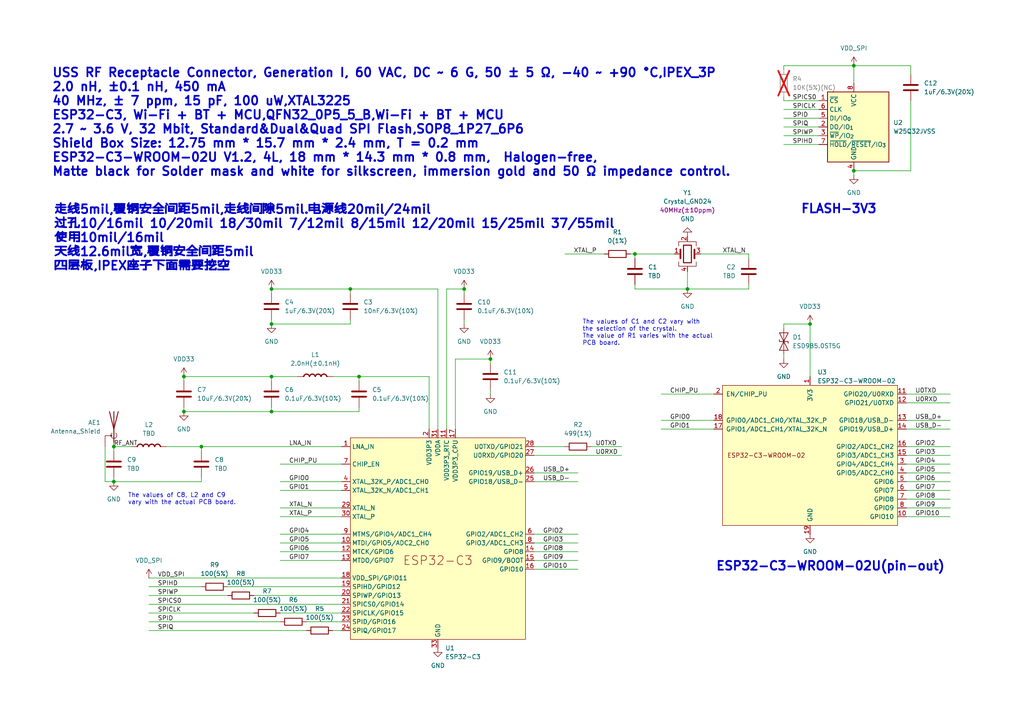
<source format=kicad_sch>
(kicad_sch (version 20250114) (generator "eeschema") (generator_version "9.0")
  (paper "A4")
  (lib_symbols
    (symbol "Device:Antenna_Shield" (pin_numbers (hide yes)) (pin_names (offset 1.016) (hide yes))
      (property "Reference" "AE" (at -1.905 4.445 0))
      (property "Value" "Antenna_Shield" (at -1.905 2.54 0))
      (symbol "Antenna_Shield_0_1"
        (arc (start 0 -2.667) (mid -0.8485 -2.1032) (end -0.508 -1.143))
        (polyline (pts (xy 0 5.08) (xy 0 -3.81)) (stroke (width 0.254)))
        (polyline (pts (xy 0 -2.54) (xy 0 0)))
        (arc (start 0.508 -1.143) (mid 0.8046 -2.0885) (end 0 -2.667))
        (polyline (pts (xy 0.762 -1.905) (xy 2.54 -1.905)))
        (circle (center 0.762 -1.905) (radius 0.1778) (fill (type outline)))
        (polyline (pts (xy 1.27 5.08) (xy 0 0) (xy -1.27 5.08)) (stroke (width 0.254)))
        (polyline (pts (xy 2.54 -2.54) (xy 2.54 -1.905)))
      )
      (symbol "Antenna_Shield_1_1"
        (pin input line (at 0 -5.08 90) (length 2.54) (name "A") (number "1"))
        (pin input line (at 2.54 -5.08 90) (length 2.54) (name "Shield") (number "2"))
      )
    )
    (symbol "Device:Crystal_GND24" (pin_names (offset 1.016) (hide yes))
      (property "Reference" "Y" (at 3.175 5.08 0))
      (property "Value" "Crystal_GND24" (at 3.175 3.175 0))
      (symbol "Crystal_GND24_0_1"
        (polyline (pts (xy -2.54 2.286) (xy -2.54 3.556) (xy 2.54 3.556) (xy 2.54 2.286)))
        (polyline (pts (xy -2.54 0) (xy -2.032 0)))
        (polyline (pts (xy -2.54 -2.286) (xy -2.54 -3.556) (xy 2.54 -3.556) (xy 2.54 -2.286)))
        (polyline (pts (xy -2.032 -1.27) (xy -2.032 1.27)) (stroke (width 0.508)))
        (rectangle (start -1.143 2.54) (end 1.143 -2.54) (stroke (width 0.3048)))
        (polyline (pts (xy 0 3.556) (xy 0 3.81)))
        (polyline (pts (xy 0 -3.81) (xy 0 -3.556)))
        (polyline (pts (xy 2.032 0) (xy 2.54 0)))
        (polyline (pts (xy 2.032 -1.27) (xy 2.032 1.27)) (stroke (width 0.508)))
      )
      (symbol "Crystal_GND24_1_1"
        (pin passive line (at -3.81 0 0) (length 1.27) (name "1") (number "1"))
        (pin passive line (at 0 5.08 270) (length 1.27) (name "2") (number "2"))
        (pin passive line (at 0 -5.08 90) (length 1.27) (name "4") (number "4"))
        (pin passive line (at 3.81 0 180) (length 1.27) (name "3") (number "3"))
      )
    )
    (symbol "Diode:ESD9B5.0ST5G" (pin_numbers (hide yes)) (pin_names (offset 1.016) (hide yes))
      (property "Reference" "D" (at 0 2.54 0))
      (property "Value" "ESD9B5.0ST5G" (at 0 -2.54 0))
      (symbol "ESD9B5.0ST5G_0_1"
        (polyline (pts (xy -2.54 -1.27) (xy 0 0) (xy -2.54 1.27) (xy -2.54 -1.27)) (stroke (width 0.2032)))
        (polyline (pts (xy 0.508 1.27) (xy 0 1.27) (xy 0 -1.27) (xy -0.508 -1.27)) (stroke (width 0.2032)))
        (polyline (pts (xy 1.27 0) (xy -1.27 0)))
        (polyline (pts (xy 2.54 1.27) (xy 2.54 -1.27) (xy 0 0) (xy 2.54 1.27)) (stroke (width 0.2032)))
      )
      (symbol "ESD9B5.0ST5G_1_1"
        (pin passive line (at -3.81 0 0) (length 2.54) (name "A1") (number "1"))
        (pin passive line (at 3.81 0 180) (length 2.54) (name "A2") (number "2"))
      )
    )
    (symbol "Memory_Flash:W25Q32JVSS"
      (property "Reference" "U" (at -6.35 11.43 0))
      (property "Value" "W25Q32JVSS" (at 7.62 11.43 0))
      (symbol "W25Q32JVSS_0_1"
        (rectangle (start -7.62 10.16) (end 10.16 -10.16) (stroke (width 0.254)) (fill (type background)))
      )
      (symbol "W25Q32JVSS_1_1"
        (pin input line (at -10.16 7.62 0) (length 2.54) (name "~{CS}") (number "1"))
        (pin input line (at -10.16 5.08 0) (length 2.54) (name "CLK") (number "6"))
        (pin bidirectional line (at -10.16 2.54 0) (length 2.54) (name "DI/IO_{0}") (number "5"))
        (pin bidirectional line (at -10.16 0 0) (length 2.54) (name "DO/IO_{1}") (number "2"))
        (pin bidirectional line (at -10.16 -2.54 0) (length 2.54) (name "~{WP}/IO_{2}") (number "3"))
        (pin bidirectional line (at -10.16 -5.08 0) (length 2.54) (name "~{HOLD}/~{RESET}/IO_{3}") (number "7"))
        (pin power_in line (at 0 12.7 270) (length 2.54) (name "VCC") (number "8"))
        (pin power_in line (at 0 -12.7 90) (length 2.54) (name "GND") (number "4"))
      )
    )
    (symbol "PCM_Capacitor_AKL:C_1206" (pin_numbers (hide yes)) (pin_names (offset 0.254))
      (property "Reference" "C" (at 0.635 2.54 0))
      (property "Value" "C_1206" (at 0.635 -2.54 0))
      (symbol "C_1206_0_1"
        (polyline (pts (xy -2.032 0.762) (xy 2.032 0.762)) (stroke (width 0.508)))
        (polyline (pts (xy -2.032 -0.762) (xy 2.032 -0.762)) (stroke (width 0.508)))
      )
      (symbol "C_1206_0_2"
        (polyline (pts (xy -2.54 -2.54) (xy -0.381 -0.381)))
        (polyline (pts (xy -0.508 -0.508) (xy -1.651 0.635)) (stroke (width 0.508)))
        (polyline (pts (xy -0.508 -0.508) (xy 0.635 -1.651)) (stroke (width 0.508)))
        (polyline (pts (xy 0.381 0.381) (xy 2.54 2.54)))
        (polyline (pts (xy 0.508 0.508) (xy -0.635 1.651)) (stroke (width 0.508)))
        (polyline (pts (xy 0.508 0.508) (xy 1.651 -0.635)) (stroke (width 0.508)))
      )
      (symbol "C_1206_1_1"
        (pin passive line (at 0 3.81 270) (length 2.794) (name "~") (number "1"))
        (pin passive line (at 0 -3.81 90) (length 2.794) (name "~") (number "2"))
      )
      (symbol "C_1206_1_2"
        (pin passive line (at -2.54 -2.54 90) (length 0) (name "~") (number "2"))
        (pin passive line (at 2.54 2.54 270) (length 0) (name "~") (number "1"))
      )
    )
    (symbol "PCM_Elektuur:L" (pin_numbers (hide yes)) (pin_names (offset 0) (hide yes))
      (property "Reference" "L" (at 2.54 3.175 0))
      (property "Value" "L" (at 2.54 -3.175 0))
      (symbol "L_1_0"
        (arc (start 0 3.302) (mid 0.6604 2.5146) (end 0 1.7272) (stroke (width 0.254)))
        (arc (start 0 1.6256) (mid 0.6604 0.8382) (end 0 0.0508) (stroke (width 0.254)))
        (arc (start 0 -0.0508) (mid 0.6604 -0.8382) (end 0 -1.6256) (stroke (width 0.254)))
        (arc (start 0 -1.7272) (mid 0.6604 -2.5146) (end 0 -3.302) (stroke (width 0.254)))
        (arc (start 0 3.4036) (mid 0.762 2.5146) (end 0 1.6256) (stroke (width 0.254)))
        (arc (start 0 1.7272) (mid 0.762 0.8382) (end 0 -0.0508) (stroke (width 0.254)))
        (arc (start 0 0.0508) (mid 0.762 -0.8382) (end 0 -1.7272) (stroke (width 0.254)))
        (arc (start 0 -1.6256) (mid 0.762 -2.5146) (end 0 -3.4036) (stroke (width 0.254)))
        (polyline (pts (xy 0 3.5052) (xy 0 3.302)) (stroke (width 0.254)))
        (polyline (pts (xy 0 1.7272) (xy 0 1.6256)) (stroke (width 0.254)))
        (polyline (pts (xy 0 0.0508) (xy 0 -0.0508)) (stroke (width 0.254)))
        (polyline (pts (xy 0 -1.6256) (xy 0 -1.7272)) (stroke (width 0.254)))
        (polyline (pts (xy 0 -3.302) (xy 0 -3.5052)) (stroke (width 0.254)))
        (pin passive line (at 0 5.08 270) (length 1.5748) (name "+") (number "1"))
        (pin passive line (at 0 -5.08 90) (length 1.5748) (name "-") (number "2"))
      )
      (symbol "L_1_2"
        (rectangle (start 1.524 3.3782) (end 1.9812 -3.3782) (stroke (width 0.254)) (fill (type outline)))
      )
      (symbol "L_1_3"
        (rectangle (start 1.524 3.0988) (end 1.9812 1.9304) (stroke (width 0.254)) (fill (type outline)))
        (rectangle (start 1.524 1.4224) (end 1.9812 0.254) (stroke (width 0.254)) (fill (type outline)))
        (rectangle (start 1.524 -0.254) (end 1.9812 -1.4224) (stroke (width 0.254)) (fill (type outline)))
        (rectangle (start 1.524 -1.9304) (end 1.9812 -3.0988) (stroke (width 0.254)) (fill (type outline)))
      )
    )
    (symbol "PCM_Espressif:ESP32-C3"
      (property "Reference" "U" (at -25.4 35.56 0))
      (property "Value" "ESP32-C3" (at -25.4 33.02 0))
      (symbol "ESP32-C3_0_0"
        (text "ESP32-C3" (at 0 -5.08 0) (effects (font (size 2.54 2.54))))
        (pin bidirectional line (at -27.94 27.94 0) (length 2.54) (name "LNA_IN") (number "1"))
        (pin input line (at -27.94 22.86 0) (length 2.54) (name "CHIP_EN") (number "7"))
        (pin output line (at -27.94 17.78 0) (length 2.54) (name "XTAL_32K_P/ADC1_CH0") (number "4"))
        (pin input line (at -27.94 15.24 0) (length 2.54) (name "XTAL_32K_N/ADC1_CH1") (number "5"))
        (pin output line (at -27.94 10.16 0) (length 2.54) (name "XTAL_N") (number "29"))
        (pin input line (at -27.94 7.62 0) (length 2.54) (name "XTAL_P") (number "30"))
        (pin bidirectional line (at -27.94 2.54 0) (length 2.54) (name "MTMS/GPIO4/ADC1_CH4") (number "9"))
        (pin bidirectional line (at -27.94 0 0) (length 2.54) (name "MTDI/GPIO5/ADC2_CH0") (number "10"))
        (pin bidirectional line (at -27.94 -2.54 0) (length 2.54) (name "MTCK/GPIO6") (number "12"))
        (pin bidirectional line (at -27.94 -5.08 0) (length 2.54) (name "MTDO/GPIO7") (number "13"))
        (pin bidirectional line (at -27.94 -10.16 0) (length 2.54) (name "VDD_SPI/GPIO11") (number "18"))
        (pin bidirectional line (at -27.94 -12.7 0) (length 2.54) (name "SPIHD/GPIO12") (number "19"))
        (pin bidirectional line (at -27.94 -15.24 0) (length 2.54) (name "SPIWP/GPIO13") (number "20"))
        (pin bidirectional line (at -27.94 -17.78 0) (length 2.54) (name "SPICS0/GPIO14") (number "21"))
        (pin bidirectional line (at -27.94 -20.32 0) (length 2.54) (name "SPICLK/GPIO15") (number "22"))
        (pin bidirectional line (at -27.94 -22.86 0) (length 2.54) (name "SPID/GPIO16") (number "23"))
        (pin bidirectional line (at -27.94 -25.4 0) (length 2.54) (name "SPIQ/GPIO17") (number "24"))
        (pin power_in line (at -2.54 33.02 270) (length 2.54) (name "VDD3P3") (number "2"))
        (pin power_in line (at 0 33.02 270) (length 2.54) (name "VDDA") (number "31"))
        (pin power_in line (at 0 -30.48 90) (length 2.54) (name "GND") (number "33"))
        (pin power_in line (at 2.54 33.02 270) (length 2.54) (name "VDD3P3_RTC") (number "11"))
        (pin power_in line (at 5.08 33.02 270) (length 2.54) (name "VDD3P3_CPU") (number "17"))
        (pin bidirectional line (at 27.94 27.94 180) (length 2.54) (name "U0TXD/GPIO21") (number "28"))
        (pin bidirectional line (at 27.94 25.4 180) (length 2.54) (name "U0RXD/GPIO20") (number "27"))
        (pin bidirectional line (at 27.94 20.32 180) (length 2.54) (name "GPIO19/USB_D+") (number "26"))
        (pin bidirectional line (at 27.94 17.78 180) (length 2.54) (name "GPIO18/USB_D-") (number "25"))
        (pin bidirectional line (at 27.94 2.54 180) (length 2.54) (name "GPIO2/ADC1_CH2") (number "6"))
        (pin bidirectional line (at 27.94 0 180) (length 2.54) (name "GPIO3/ADC1_CH3") (number "8"))
        (pin bidirectional line (at 27.94 -2.54 180) (length 2.54) (name "GPIO8") (number "14"))
        (pin bidirectional line (at 27.94 -5.08 180) (length 2.54) (name "GPIO9/BOOT") (number "15"))
        (pin bidirectional line (at 27.94 -7.62 180) (length 2.54) (name "GPIO10") (number "16"))
      )
      (symbol "ESP32-C3_0_1"
        (rectangle (start -25.4 30.48) (end 25.4 -27.94) (fill (type background)))
        (pin passive line (at -2.54 33.02 270) (length 2.54) (hide yes) (name "VDD3P3") (number "3"))
        (pin passive line (at 0 33.02 270) (length 2.54) (hide yes) (name "VDDA") (number "32"))
      )
    )
    (symbol "PCM_Espressif:ESP32-C3-WROOM-02" (pin_names (offset 1.016))
      (property "Reference" "U" (at -25.4 25.4 0))
      (property "Value" "ESP32-C3-WROOM-02" (at -25.4 22.86 0))
      (symbol "ESP32-C3-WROOM-02_0_0"
        (text "ESP32-C3-WROOM-02" (at -12.7 0 0) (effects (font (size 1.27 1.27))))
      )
      (symbol "ESP32-C3-WROOM-02_0_1"
        (rectangle (start 25.4 20.32) (end -25.4 -20.32) (fill (type background)))
      )
      (symbol "ESP32-C3-WROOM-02_1_1"
        (pin input line (at -27.94 17.78 0) (length 2.54) (name "EN/CHIP_PU") (number "2"))
        (pin bidirectional line (at -27.94 10.16 0) (length 2.54) (name "GPIO0/ADC1_CH0/XTAL_32K_P") (number "18"))
        (pin bidirectional line (at -27.94 7.62 0) (length 2.54) (name "GPIO1/ADC1_CH1/XTAL_32K_N") (number "17"))
        (pin power_in line (at 0 22.86 270) (length 2.54) (name "3V3") (number "1"))
        (pin power_in line (at 0 -22.86 90) (length 2.54) (name "GND") (number "19"))
        (pin passive line (at 0 -22.86 90) (length 2.54) (hide yes) (name "GND") (number "9"))
        (pin bidirectional line (at 27.94 17.78 180) (length 2.54) (name "GPIO20/U0RXD") (number "11"))
        (pin bidirectional line (at 27.94 15.24 180) (length 2.54) (name "GPIO21/U0TXD") (number "12"))
        (pin bidirectional line (at 27.94 10.16 180) (length 2.54) (name "GPIO18/USB_D-") (number "13"))
        (pin bidirectional line (at 27.94 7.62 180) (length 2.54) (name "GPIO19/USB_D+") (number "14"))
        (pin bidirectional line (at 27.94 2.54 180) (length 2.54) (name "GPIO2/ADC1_CH2") (number "16"))
        (pin bidirectional line (at 27.94 0 180) (length 2.54) (name "GPIO3/ADC1_CH3") (number "15"))
        (pin bidirectional line (at 27.94 -2.54 180) (length 2.54) (name "GPIO4/ADC1_CH4") (number "3"))
        (pin bidirectional line (at 27.94 -5.08 180) (length 2.54) (name "GPIO5/ADC2_CH0") (number "4"))
        (pin bidirectional line (at 27.94 -7.62 180) (length 2.54) (name "GPIO6") (number "5"))
        (pin bidirectional line (at 27.94 -10.16 180) (length 2.54) (name "GPIO7") (number "6"))
        (pin bidirectional line (at 27.94 -12.7 180) (length 2.54) (name "GPIO8") (number "7"))
        (pin bidirectional line (at 27.94 -15.24 180) (length 2.54) (name "GPIO9") (number "8"))
        (pin bidirectional line (at 27.94 -17.78 180) (length 2.54) (name "GPIO10") (number "10"))
      )
    )
    (symbol "PCM_Resistor_AKL:R_1206" (pin_numbers (hide yes)) (pin_names (offset 0))
      (property "Reference" "R" (at 2.54 1.27 0))
      (property "Value" "R_1206" (at 2.54 -1.27 0))
      (symbol "R_1206_0_1"
        (rectangle (start -1.016 2.54) (end 1.016 -2.54) (stroke (width 0.254)))
      )
      (symbol "R_1206_0_2"
        (polyline (pts (xy -2.54 -2.54) (xy -1.524 -1.524)))
        (polyline (pts (xy 1.524 1.524) (xy 2.54 2.54)))
        (polyline (pts (xy 1.524 1.524) (xy 0.889 2.159) (xy -2.159 -0.889) (xy -0.889 -2.159) (xy 2.159 0.889) (xy 1.524 1.524)) (stroke (width 0.254)))
      )
      (symbol "R_1206_1_1"
        (pin passive line (at 0 3.81 270) (length 1.27) (name "~") (number "1"))
        (pin passive line (at 0 -3.81 90) (length 1.27) (name "~") (number "2"))
      )
      (symbol "R_1206_1_2"
        (pin passive line (at -2.54 -2.54 0) (length 0) (name "") (number "2"))
        (pin passive line (at 2.54 2.54 180) (length 0) (name "") (number "1"))
      )
    )
    (symbol "power:+3.3V" (power) (pin_numbers (hide yes)) (pin_names (offset 0) (hide yes))
      (property "Value" "+3.3V" (at 0 3.556 0))
      (symbol "+3.3V_0_1"
        (polyline (pts (xy -0.762 1.27) (xy 0 2.54)))
        (polyline (pts (xy 0 2.54) (xy 0.762 1.27)))
        (polyline (pts (xy 0 0) (xy 0 2.54)))
      )
      (symbol "+3.3V_1_1"
        (pin power_in line (at 0 0 90) (length 0) (name "~") (number "1"))
      )
    )
    (symbol "power:GND" (power) (pin_numbers (hide yes)) (pin_names (offset 0) (hide yes))
      (property "Value" "GND" (at 0 -3.81 0))
      (symbol "GND_0_1"
        (polyline (pts (xy 0 0) (xy 0 -1.27) (xy 1.27 -1.27) (xy 0 -2.54) (xy -1.27 -1.27) (xy 0 -1.27)))
      )
      (symbol "GND_1_1"
        (pin power_in line (at 0 0 270) (length 0) (name "~") (number "1"))
      )
    )
  )
  (text "The values of C8, L2 and C9\nvary with the actual PCB board." (exclude_from_sim yes) (at 37.084 144.78 0) (effects (font (size 1.27 1.27) (thickness 0.1588)) (justify left)))
  (text "ESP32-C3-WROOM-02U(pin-out)" (exclude_from_sim yes) (at 207.518 164.338 0) (effects (font (size 2.54 2.54) (thickness 0.508) (bold yes)) (justify left)))
  (text "The values of C1 and C2 vary with\nthe selection of the crystal.\nThe value of R1 varies with the actual\nPCB board." (exclude_from_sim yes) (at 168.91 96.52 0) (effects (font (size 1.27 1.27) (thickness 0.1588)) (justify left)))
  (text "USS RF Receptacle Connector, Generation I, 60 VAC, DC ~ 6 G, 50 ± 5 Ω, -40 ~ +90 °C,IPEX_3P\n2.0 nH, ±0.1 nH, 450 mA\n40 MHz, ± 7 ppm, 15 pF, 100 uW,XTAL3225\nESP32-C3, Wi-Fi + BT + MCU,QFN32_0P5_5_B,Wi-Fi + BT + MCU\n2.7 ~ 3.6 V, 32 Mbit, Standard&Dual&Quad SPI Flash,SOP8_1P27_6P6\nShield Box Size: 12.75 mm * 15.7 mm * 2.4 mm, T = 0.2 mm \nESP32-C3-WROOM-02U V1.2, 4L, 18 mm * 14.3 mm * 0.8 mm,  Halogen-free,\nMatte black for Solder mask and white for silkscreen, immersion gold and 50 Ω impedance control." (exclude_from_sim yes) (at 14.986 35.56 0) (effects (font (size 2.54 2.54) (thickness 0.508) (bold yes)) (justify left)))
  (text "FLASH-3V3" (exclude_from_sim yes) (at 232.156 60.706 0) (effects (font (size 2.54 2.54) (thickness 0.508) (bold yes)) (justify left)))
  (text "走线5mil,覆铜安全间距5mil,走线间隙5mil.电源线20mil/24mil\n过孔10/16mil 10/20mil 18/30mil 7/12mil 8/15mil 12/20mil 15/25mil 37/55mil\n使用10mil/16mil\n天线12.6mil宽,覆铜安全间距5mil\n四层板,IPEX座子下面需要挖空\n" (exclude_from_sim yes) (at 15.494 69.088 0) (effects (font (size 2.54 2.54) (thickness 0.508) (bold yes)) (justify left)))
  (junction (at 78.74 83.82))
  (junction (at 53.34 109.22))
  (junction (at 101.6 83.82))
  (junction (at 33.02 129.54))
  (junction (at 142.24 104.14))
  (junction (at 78.74 109.22))
  (junction (at 33.02 139.7))
  (junction (at 199.39 83.82))
  (junction (at 247.65 49.53))
  (junction (at 58.42 129.54))
  (junction (at 53.34 119.38))
  (junction (at 104.14 109.22))
  (junction (at 134.62 83.82))
  (junction (at 78.74 119.38))
  (junction (at 184.15 73.66))
  (junction (at 234.95 93.98))
  (junction (at 78.74 93.98))
  (junction (at 247.65 19.05))
  (wire (pts (xy 53.34 119.38) (xy 78.74 119.38)))
  (wire (pts (xy 104.14 110.49) (xy 104.14 109.22)))
  (wire (pts (xy 30.48 139.7) (xy 33.02 139.7)))
  (wire (pts (xy 129.54 124.46) (xy 129.54 83.82)))
  (wire (pts (xy 43.18 177.8) (xy 73.66 177.8)))
  (wire (pts (xy 78.74 119.38) (xy 104.14 119.38)))
  (wire (pts (xy 81.28 149.86) (xy 99.06 149.86)))
  (wire (pts (xy 53.34 109.22) (xy 53.34 110.49)))
  (wire (pts (xy 154.94 154.94) (xy 167.64 154.94)))
  (wire (pts (xy 124.46 109.22) (xy 124.46 124.46)))
  (wire (pts (xy 58.42 129.54) (xy 99.06 129.54)))
  (wire (pts (xy 275.59 134.62) (xy 262.89 134.62)))
  (wire (pts (xy 247.65 19.05) (xy 264.16 19.05)))
  (wire (pts (xy 227.33 102.87) (xy 227.33 104.14)))
  (wire (pts (xy 275.59 121.92) (xy 262.89 121.92)))
  (wire (pts (xy 43.18 175.26) (xy 99.06 175.26)))
  (wire (pts (xy 101.6 83.82) (xy 101.6 85.09)))
  (wire (pts (xy 73.66 172.72) (xy 99.06 172.72)))
  (wire (pts (xy 154.94 137.16) (xy 167.64 137.16)))
  (wire (pts (xy 227.33 93.98) (xy 234.95 93.98)))
  (wire (pts (xy 78.74 92.71) (xy 78.74 93.98)))
  (wire (pts (xy 191.77 121.92) (xy 207.01 121.92)))
  (wire (pts (xy 81.28 147.32) (xy 99.06 147.32)))
  (wire (pts (xy 154.94 160.02) (xy 167.64 160.02)))
  (wire (pts (xy 275.59 114.3) (xy 262.89 114.3)))
  (wire (pts (xy 58.42 129.54) (xy 58.42 130.81)))
  (wire (pts (xy 53.34 118.11) (xy 53.34 119.38)))
  (wire (pts (xy 127 83.82) (xy 101.6 83.82)))
  (wire (pts (xy 227.33 19.05) (xy 227.33 20.32)))
  (wire (pts (xy 81.28 134.62) (xy 99.06 134.62)))
  (wire (pts (xy 43.18 182.88) (xy 88.9 182.88)))
  (wire (pts (xy 227.33 93.98) (xy 227.33 95.25)))
  (wire (pts (xy 154.94 129.54) (xy 163.83 129.54)))
  (wire (pts (xy 182.88 73.66) (xy 184.15 73.66)))
  (wire (pts (xy 58.42 138.43) (xy 58.42 139.7)))
  (wire (pts (xy 132.08 124.46) (xy 132.08 104.14)))
  (wire (pts (xy 96.52 109.22) (xy 104.14 109.22)))
  (wire (pts (xy 154.94 157.48) (xy 167.64 157.48)))
  (wire (pts (xy 227.33 31.75) (xy 237.49 31.75)))
  (wire (pts (xy 184.15 82.55) (xy 184.15 83.82)))
  (wire (pts (xy 30.48 129.54) (xy 30.48 139.7)))
  (wire (pts (xy 227.33 36.83) (xy 237.49 36.83)))
  (wire (pts (xy 275.59 124.46) (xy 262.89 124.46)))
  (wire (pts (xy 43.18 170.18) (xy 58.42 170.18)))
  (wire (pts (xy 191.77 124.46) (xy 207.01 124.46)))
  (wire (pts (xy 264.16 19.05) (xy 264.16 21.59)))
  (wire (pts (xy 48.26 129.54) (xy 58.42 129.54)))
  (wire (pts (xy 58.42 139.7) (xy 33.02 139.7)))
  (wire (pts (xy 247.65 50.8) (xy 247.65 49.53)))
  (wire (pts (xy 275.59 132.08) (xy 262.89 132.08)))
  (wire (pts (xy 81.28 162.56) (xy 99.06 162.56)))
  (wire (pts (xy 78.74 83.82) (xy 78.74 85.09)))
  (wire (pts (xy 78.74 109.22) (xy 78.74 110.49)))
  (wire (pts (xy 154.94 165.1) (xy 167.64 165.1)))
  (wire (pts (xy 184.15 73.66) (xy 195.58 73.66)))
  (wire (pts (xy 101.6 92.71) (xy 101.6 93.98)))
  (wire (pts (xy 129.54 83.82) (xy 134.62 83.82)))
  (wire (pts (xy 78.74 93.98) (xy 101.6 93.98)))
  (wire (pts (xy 154.94 132.08) (xy 180.34 132.08)))
  (wire (pts (xy 275.59 139.7) (xy 262.89 139.7)))
  (wire (pts (xy 81.28 154.94) (xy 99.06 154.94)))
  (wire (pts (xy 199.39 83.82) (xy 217.17 83.82)))
  (wire (pts (xy 184.15 73.66) (xy 184.15 74.93)))
  (wire (pts (xy 142.24 113.03) (xy 142.24 114.3)))
  (wire (pts (xy 275.59 142.24) (xy 262.89 142.24)))
  (wire (pts (xy 101.6 83.82) (xy 78.74 83.82)))
  (wire (pts (xy 275.59 116.84) (xy 262.89 116.84)))
  (wire (pts (xy 264.16 49.53) (xy 247.65 49.53)))
  (wire (pts (xy 43.18 172.72) (xy 66.04 172.72)))
  (wire (pts (xy 264.16 29.21) (xy 264.16 49.53)))
  (wire (pts (xy 171.45 129.54) (xy 180.34 129.54)))
  (wire (pts (xy 227.33 19.05) (xy 247.65 19.05)))
  (wire (pts (xy 43.18 180.34) (xy 81.28 180.34)))
  (wire (pts (xy 33.02 138.43) (xy 33.02 139.7)))
  (wire (pts (xy 154.94 139.7) (xy 167.64 139.7)))
  (wire (pts (xy 275.59 129.54) (xy 262.89 129.54)))
  (wire (pts (xy 81.28 139.7) (xy 99.06 139.7)))
  (wire (pts (xy 142.24 104.14) (xy 142.24 105.41)))
  (wire (pts (xy 78.74 109.22) (xy 86.36 109.22)))
  (wire (pts (xy 33.02 129.54) (xy 33.02 130.81)))
  (wire (pts (xy 227.33 34.29) (xy 237.49 34.29)))
  (wire (pts (xy 53.34 109.22) (xy 78.74 109.22)))
  (wire (pts (xy 227.33 29.21) (xy 237.49 29.21)))
  (wire (pts (xy 275.59 137.16) (xy 262.89 137.16)))
  (wire (pts (xy 43.18 167.64) (xy 99.06 167.64)))
  (wire (pts (xy 217.17 83.82) (xy 217.17 82.55)))
  (wire (pts (xy 199.39 83.82) (xy 199.39 78.74)))
  (wire (pts (xy 227.33 41.91) (xy 237.49 41.91)))
  (wire (pts (xy 134.62 83.82) (xy 134.62 85.09)))
  (wire (pts (xy 163.83 73.66) (xy 175.26 73.66)))
  (wire (pts (xy 66.04 170.18) (xy 99.06 170.18)))
  (wire (pts (xy 217.17 73.66) (xy 217.17 74.93)))
  (wire (pts (xy 81.28 142.24) (xy 99.06 142.24)))
  (wire (pts (xy 88.9 180.34) (xy 99.06 180.34)))
  (wire (pts (xy 104.14 119.38) (xy 104.14 118.11)))
  (wire (pts (xy 234.95 93.98) (xy 234.95 109.22)))
  (wire (pts (xy 275.59 147.32) (xy 262.89 147.32)))
  (wire (pts (xy 127 124.46) (xy 127 83.82)))
  (wire (pts (xy 81.28 160.02) (xy 99.06 160.02)))
  (wire (pts (xy 191.77 114.3) (xy 207.01 114.3)))
  (wire (pts (xy 96.52 182.88) (xy 99.06 182.88)))
  (wire (pts (xy 275.59 149.86) (xy 262.89 149.86)))
  (wire (pts (xy 33.02 129.54) (xy 38.1 129.54)))
  (wire (pts (xy 78.74 118.11) (xy 78.74 119.38)))
  (wire (pts (xy 227.33 27.94) (xy 227.33 29.21)))
  (wire (pts (xy 203.2 73.66) (xy 217.17 73.66)))
  (wire (pts (xy 104.14 109.22) (xy 124.46 109.22)))
  (wire (pts (xy 184.15 83.82) (xy 199.39 83.82)))
  (wire (pts (xy 132.08 104.14) (xy 142.24 104.14)))
  (wire (pts (xy 81.28 177.8) (xy 99.06 177.8)))
  (wire (pts (xy 154.94 162.56) (xy 167.64 162.56)))
  (wire (pts (xy 275.59 144.78) (xy 262.89 144.78)))
  (wire (pts (xy 227.33 39.37) (xy 237.49 39.37)))
  (wire (pts (xy 247.65 19.05) (xy 247.65 24.13)))
  (wire (pts (xy 81.28 157.48) (xy 99.06 157.48)))
  (wire (pts (xy 134.62 92.71) (xy 134.62 93.98)))
  (label "GPIO1" (at 83.82 142.24 0))
  (label "SPIHD" (at 229.87 41.91 0))
  (label "USB_D+" (at 157.48 137.16 0))
  (label "SPICS0" (at 229.87 29.21 0))
  (label "XTAL_N" (at 209.55 73.66 0))
  (label "LNA_IN" (at 83.82 129.54 0))
  (label "XTAL_N" (at 83.82 147.32 0))
  (label "SPID" (at 229.87 34.29 0))
  (label "USB_D-" (at 157.48 139.7 0))
  (label "GPIO2" (at 265.43 129.54 0))
  (label "USB_D+" (at 265.43 121.92 0))
  (label "GPIO7" (at 83.82 162.56 0))
  (label "U0TXD" (at 265.43 114.3 0))
  (label "GPIO1" (at 194.31 124.46 0))
  (label "SPICS0" (at 45.72 175.26 0))
  (label "GPIO9" (at 157.48 162.56 0))
  (label "GPIO4" (at 265.43 134.62 0))
  (label "XTAL_P" (at 166.37 73.66 0))
  (label "XTAL_P" (at 83.82 149.86 0))
  (label "GPIO10" (at 157.48 165.1 0))
  (label "SPIWP" (at 229.87 39.37 0))
  (label "SPICLK" (at 229.87 31.75 0))
  (label "GPIO8" (at 265.43 144.78 0))
  (label "U0RXD" (at 172.72 132.08 0))
  (label "SPIQ" (at 229.87 36.83 0))
  (label "GPIO3" (at 265.43 132.08 0))
  (label "CHIP_PU" (at 194.31 114.3 0))
  (label "SPICLK" (at 45.72 177.8 0))
  (label "GPIO5" (at 265.43 137.16 0))
  (label "U0RXD" (at 265.43 116.84 0))
  (label "GPIO5" (at 83.82 157.48 0))
  (label "USB_D-" (at 265.43 124.46 0))
  (label "SPIHD" (at 45.72 170.18 0))
  (label "GPIO9" (at 265.43 147.32 0))
  (label "GPIO3" (at 157.48 157.48 0))
  (label "GPIO8" (at 157.48 160.02 0))
  (label "U0TXD" (at 172.72 129.54 0))
  (label "GPIO10" (at 265.43 149.86 0))
  (label "GPIO2" (at 157.48 154.94 0))
  (label "VDD_SPI" (at 45.72 167.64 0))
  (label "CHIP_PU" (at 83.82 134.62 0))
  (label "SPIQ" (at 45.72 182.88 0))
  (label "GPIO0" (at 83.82 139.7 0))
  (label "SPID" (at 45.72 180.34 0))
  (label "GPIO0" (at 194.31 121.92 0))
  (label "GPIO6" (at 265.43 139.7 0))
  (label "GPIO6" (at 83.82 160.02 0))
  (label "RF_ANT" (at 33.02 129.54 0))
  (label "GPIO7" (at 265.43 142.24 0))
  (label "GPIO4" (at 83.82 154.94 0))
  (label "SPIWP" (at 45.72 172.72 0))
  (symbol (lib_id "Diode:ESD9B5.0ST5G") (at 227.33 99.06 90) (unit 1)
    (property "Reference" "D1" (at 229.87 97.7899 90) (effects (justify right)))
    (property "Value" "ESD9B5.0ST5G" (at 229.87 100.3299 90) (effects (justify right)))
    (property "Footprint" "Diode_SMD:D_SOD-923" (effects (hide yes)))
    (property "Datasheet" "https://www.onsemi.com/pub/Collateral/ESD9B-D.PDF" (effects (hide yes)))
    (property "Description" "ESD protection diode, 5.0Vrwm, SOD-923" (effects (hide yes)))
  )
  (symbol (lib_id "PCM_Capacitor_AKL:C_1206") (at 184.15 78.74 0) (unit 1)
    (property "Reference" "C1" (at 187.96 77.4699 0) (effects (justify left)))
    (property "Value" "TBD" (at 187.96 80.0099 0) (effects (justify left)))
    (property "Footprint" "PCM_Capacitor_SMD_AKL:C_1206_3216Metric" (effects (hide yes)))
    (property "Description" "SMD 1206 MLCC capacitor, Alternate KiCad Library" (effects (hide yes)))
  )
  (symbol (lib_id "power:GND") (at 199.39 68.58 180) (unit 1)
    (property "Reference" "#PWR06" (effects (hide yes)))
    (property "Value" "GND" (at 199.39 63.5 0))
    (property "Description" "Power symbol creates a global label with name \"GND\" , ground" (effects (hide yes)))
  )
  (symbol (lib_id "power:+3.3V") (at 234.95 93.98 0) (unit 1)
    (property "Reference" "#PWR03" (effects (hide yes)))
    (property "Value" "VDD33" (at 234.95 88.9 0))
    (property "Description" "Power symbol creates a global label with name \"+3.3V\"" (effects (hide yes)))
  )
  (symbol (lib_id "power:GND") (at 53.34 119.38 0) (unit 1)
    (property "Reference" "#PWR09" (effects (hide yes)))
    (property "Value" "GND" (at 53.34 124.46 0))
    (property "Description" "Power symbol creates a global label with name \"GND\" , ground" (effects (hide yes)))
  )
  (symbol (lib_id "PCM_Elektuur:L") (at 43.18 129.54 90) (unit 1)
    (property "Reference" "L2" (at 43.18 123.19 90))
    (property "Value" "TBD" (at 43.18 125.73 90))
    (property "Description" "coil/winding/inductor/choke/reactor" (effects (hide yes)))
    (property "Indicator" "●" (effects (hide yes)))
    (property "Rating" "A" (effects (hide yes)))
  )
  (symbol (lib_id "PCM_Espressif:ESP32-C3-WROOM-02") (at 234.95 132.08 0) (unit 1)
    (property "Reference" "U3" (at 237.0933 107.95 0) (effects (justify left)))
    (property "Value" "ESP32-C3-WROOM-02" (at 237.0933 110.49 0) (effects (justify left)))
    (property "Footprint" "PCM_Espressif:ESP32-C3-WROOM-02" (effects (hide yes)))
    (property "Datasheet" "https://www.espressif.com/sites/default/files/documentation/esp32-c3-wroom-02_datasheet_en.pdf" (effects (hide yes)))
    (property "Description" "ESP32-C3-WROOM-02 is a general-purpose Wi-Fi and Bluetooth LE module. This module features a rich set of peripherals and high performance, which makes it an ideal choice for smart home, industrial automation, health care, consumer electronics, etc." (effects (hide yes)))
  )
  (symbol (lib_id "PCM_Capacitor_AKL:C_1206") (at 53.34 114.3 0) (unit 1)
    (property "Reference" "C7" (at 57.15 113.0299 0) (effects (justify left)))
    (property "Value" "10uF/6.3V(20%)" (at 57.15 115.5699 0) (effects (justify left)))
    (property "Footprint" "PCM_Capacitor_SMD_AKL:C_1206_3216Metric" (effects (hide yes)))
    (property "Description" "SMD 1206 MLCC capacitor, Alternate KiCad Library" (effects (hide yes)))
  )
  (symbol (lib_id "PCM_Capacitor_AKL:C_1206") (at 101.6 88.9 0) (unit 1)
    (property "Reference" "C3" (at 105.41 87.6299 0) (effects (justify left)))
    (property "Value" "10nF/6.3V(10%)" (at 105.41 90.1699 0) (effects (justify left)))
    (property "Footprint" "PCM_Capacitor_SMD_AKL:C_1206_3216Metric" (effects (hide yes)))
    (property "Description" "SMD 1206 MLCC capacitor, Alternate KiCad Library" (effects (hide yes)))
  )
  (symbol (lib_id "Device:Crystal_GND24") (at 199.39 73.66 0) (unit 1)
    (property "Reference" "Y1" (at 199.39 55.88 0))
    (property "Value" "Crystal_GND24" (at 199.39 58.42 0))
    (property "Description" "Four pin crystal, GND on pins 2 and 4" (effects (hide yes)))
    (property "MS" "40MHz(±10ppm)" (at 199.39 60.96 0))
  )
  (symbol (lib_id "power:+3.3V") (at 134.62 83.82 0) (unit 1)
    (property "Reference" "#PWR013" (effects (hide yes)))
    (property "Value" "VDD33" (at 134.62 78.74 0))
    (property "Description" "Power symbol creates a global label with name \"+3.3V\"" (effects (hide yes)))
  )
  (symbol (lib_id "power:GND") (at 127 187.96 0) (unit 1)
    (property "Reference" "#PWR01" (effects (hide yes)))
    (property "Value" "GND" (at 127 193.04 0))
    (property "Description" "Power symbol creates a global label with name \"GND\" , ground" (effects (hide yes)))
  )
  (symbol (lib_id "PCM_Capacitor_AKL:C_1206") (at 58.42 134.62 0) (unit 1)
    (property "Reference" "C8" (at 62.23 133.3499 0) (effects (justify left)))
    (property "Value" "TBD" (at 62.23 135.8899 0) (effects (justify left)))
    (property "Footprint" "PCM_Capacitor_SMD_AKL:C_1206_3216Metric" (effects (hide yes)))
    (property "Description" "SMD 1206 MLCC capacitor, Alternate KiCad Library" (effects (hide yes)))
  )
  (symbol (lib_id "PCM_Resistor_AKL:R_1206") (at 227.33 24.13 180) (unit 1) (dnp yes)
    (property "Reference" "R4" (at 229.87 22.8599 0) (effects (justify right)))
    (property "Value" "10K(5%)(NC)" (at 229.87 25.3999 0) (effects (justify right)))
    (property "Footprint" "PCM_Resistor_SMD_AKL:R_1206_3216Metric" (effects (hide yes)))
    (property "Description" "SMD 1206 Chip Resistor, European Symbol, Alternate KiCad Library" (effects (hide yes)))
  )
  (symbol (lib_id "power:+3.3V") (at 78.74 83.82 0) (unit 1)
    (property "Reference" "#PWR08" (effects (hide yes)))
    (property "Value" "VDD33" (at 78.74 78.74 0))
    (property "Description" "Power symbol creates a global label with name \"+3.3V\"" (effects (hide yes)))
  )
  (symbol (lib_id "power:GND") (at 134.62 93.98 0) (unit 1)
    (property "Reference" "#PWR012" (effects (hide yes)))
    (property "Value" "GND" (at 134.62 99.06 0))
    (property "Description" "Power symbol creates a global label with name \"GND\" , ground" (effects (hide yes)))
  )
  (symbol (lib_id "power:GND") (at 234.95 154.94 0) (unit 1)
    (property "Reference" "#PWR02" (effects (hide yes)))
    (property "Value" "GND" (at 234.95 160.02 0))
    (property "Description" "Power symbol creates a global label with name \"GND\" , ground" (effects (hide yes)))
  )
  (symbol (lib_id "PCM_Resistor_AKL:R_1206") (at 77.47 177.8 90) (unit 1)
    (property "Reference" "R7" (at 77.47 171.45 90))
    (property "Value" "100(5%)" (at 77.47 173.99 90))
    (property "Footprint" "PCM_Resistor_SMD_AKL:R_1206_3216Metric" (effects (hide yes)))
    (property "Description" "SMD 1206 Chip Resistor, European Symbol, Alternate KiCad Library" (effects (hide yes)))
  )
  (symbol (lib_id "PCM_Capacitor_AKL:C_1206") (at 78.74 114.3 0) (unit 1)
    (property "Reference" "C6" (at 82.55 113.0299 0) (effects (justify left)))
    (property "Value" "0.1uF/6.3V(10%)" (at 82.55 115.5699 0) (effects (justify left)))
    (property "Footprint" "PCM_Capacitor_SMD_AKL:C_1206_3216Metric" (effects (hide yes)))
    (property "Description" "SMD 1206 MLCC capacitor, Alternate KiCad Library" (effects (hide yes)))
  )
  (symbol (lib_id "PCM_Capacitor_AKL:C_1206") (at 78.74 88.9 0) (unit 1)
    (property "Reference" "C4" (at 82.55 87.6299 0) (effects (justify left)))
    (property "Value" "1uF/6.3V(20%)" (at 82.55 90.1699 0) (effects (justify left)))
    (property "Footprint" "PCM_Capacitor_SMD_AKL:C_1206_3216Metric" (effects (hide yes)))
    (property "Description" "SMD 1206 MLCC capacitor, Alternate KiCad Library" (effects (hide yes)))
  )
  (symbol (lib_id "PCM_Capacitor_AKL:C_1206") (at 134.62 88.9 0) (unit 1)
    (property "Reference" "C10" (at 138.43 87.6299 0) (effects (justify left)))
    (property "Value" "0.1uF/6.3V(10%)" (at 138.43 90.1699 0) (effects (justify left)))
    (property "Footprint" "PCM_Capacitor_SMD_AKL:C_1206_3216Metric" (effects (hide yes)))
    (property "Description" "SMD 1206 MLCC capacitor, Alternate KiCad Library" (effects (hide yes)))
  )
  (symbol (lib_id "power:GND") (at 33.02 139.7 0) (unit 1)
    (property "Reference" "#PWR011" (effects (hide yes)))
    (property "Value" "GND" (at 33.02 144.78 0))
    (property "Description" "Power symbol creates a global label with name \"GND\" , ground" (effects (hide yes)))
  )
  (symbol (lib_id "PCM_Resistor_AKL:R_1206") (at 62.23 170.18 90) (unit 1)
    (property "Reference" "R9" (at 62.23 163.83 90))
    (property "Value" "100(5%)" (at 62.23 166.37 90))
    (property "Footprint" "PCM_Resistor_SMD_AKL:R_1206_3216Metric" (effects (hide yes)))
    (property "Description" "SMD 1206 Chip Resistor, European Symbol, Alternate KiCad Library" (effects (hide yes)))
  )
  (symbol (lib_id "power:GND") (at 78.74 93.98 0) (unit 1)
    (property "Reference" "#PWR07" (effects (hide yes)))
    (property "Value" "GND" (at 78.74 99.06 0))
    (property "Description" "Power symbol creates a global label with name \"GND\" , ground" (effects (hide yes)))
  )
  (symbol (lib_id "PCM_Capacitor_AKL:C_1206") (at 264.16 25.4 0) (unit 1)
    (property "Reference" "C12" (at 267.97 24.1299 0) (effects (justify left)))
    (property "Value" "1uF/6.3V(20%)" (at 267.97 26.6699 0) (effects (justify left)))
    (property "Footprint" "PCM_Capacitor_SMD_AKL:C_1206_3216Metric" (effects (hide yes)))
    (property "Description" "SMD 1206 MLCC capacitor, Alternate KiCad Library" (effects (hide yes)))
  )
  (symbol (lib_id "PCM_Capacitor_AKL:C_1206") (at 33.02 134.62 0) (unit 1)
    (property "Reference" "C9" (at 36.83 133.3499 0) (effects (justify left)))
    (property "Value" "TBD" (at 36.83 135.8899 0) (effects (justify left)))
    (property "Footprint" "PCM_Capacitor_SMD_AKL:C_1206_3216Metric" (effects (hide yes)))
    (property "Description" "SMD 1206 MLCC capacitor, Alternate KiCad Library" (effects (hide yes)))
  )
  (symbol (lib_id "PCM_Capacitor_AKL:C_1206") (at 104.14 114.3 0) (unit 1)
    (property "Reference" "C5" (at 107.95 113.0299 0) (effects (justify left)))
    (property "Value" "0.1uF/6.3V(10%)" (at 107.95 115.5699 0) (effects (justify left)))
    (property "Footprint" "PCM_Capacitor_SMD_AKL:C_1206_3216Metric" (effects (hide yes)))
    (property "Description" "SMD 1206 MLCC capacitor, Alternate KiCad Library" (effects (hide yes)))
  )
  (symbol (lib_id "PCM_Resistor_AKL:R_1206") (at 69.85 172.72 90) (unit 1)
    (property "Reference" "R8" (at 69.85 166.37 90))
    (property "Value" "100(5%)" (at 69.85 168.91 90))
    (property "Footprint" "PCM_Resistor_SMD_AKL:R_1206_3216Metric" (effects (hide yes)))
    (property "Description" "SMD 1206 Chip Resistor, European Symbol, Alternate KiCad Library" (effects (hide yes)))
  )
  (symbol (lib_id "Device:Antenna_Shield") (at 33.02 124.46 0) (mirror y) (unit 1)
    (property "Reference" "AE1" (at 29.21 122.5549 0) (effects (justify left)))
    (property "Value" "Antenna_Shield" (at 29.21 125.0949 0) (effects (justify left)))
    (property "Description" "Antenna with extra pin for shielding" (effects (hide yes)))
  )
  (symbol (lib_id "PCM_Elektuur:L") (at 91.44 109.22 90) (unit 1)
    (property "Reference" "L1" (at 91.44 102.87 90))
    (property "Value" "2.0nH(±0.1nH)" (at 91.44 105.41 90))
    (property "Description" "coil/winding/inductor/choke/reactor" (effects (hide yes)))
    (property "Indicator" "●" (effects (hide yes)))
    (property "Rating" "A" (effects (hide yes)))
  )
  (symbol (lib_id "Memory_Flash:W25Q32JVSS") (at 247.65 36.83 0) (unit 1)
    (property "Reference" "U2" (at 259.08 35.5599 0) (effects (justify left)))
    (property "Value" "W25Q32JVSS" (at 259.08 38.0999 0) (effects (justify left)))
    (property "Footprint" "Package_SO:SOIC-8_5.3x5.3mm_P1.27mm" (effects (hide yes)))
    (property "Datasheet" "http://www.winbond.com/resource-files/w25q32jv%20revg%2003272018%20plus.pdf" (effects (hide yes)))
    (property "Description" "32Mbit / 4MiB Serial Flash Memory, Standard/Dual/Quad SPI, 2.7-3.6V, SOIC-8 (208 mil)" (effects (hide yes)))
  )
  (symbol (lib_id "PCM_Capacitor_AKL:C_1206") (at 142.24 109.22 0) (unit 1)
    (property "Reference" "C11" (at 146.05 107.9499 0) (effects (justify left)))
    (property "Value" "0.1uF/6.3V(10%)" (at 146.05 110.4899 0) (effects (justify left)))
    (property "Footprint" "PCM_Capacitor_SMD_AKL:C_1206_3216Metric" (effects (hide yes)))
    (property "Description" "SMD 1206 MLCC capacitor, Alternate KiCad Library" (effects (hide yes)))
  )
  (symbol (lib_id "PCM_Capacitor_AKL:C_1206") (at 217.17 78.74 0) (mirror y) (unit 1)
    (property "Reference" "C2" (at 213.36 77.4699 0) (effects (justify left)))
    (property "Value" "TBD" (at 213.36 80.0099 0) (effects (justify left)))
    (property "Footprint" "PCM_Capacitor_SMD_AKL:C_1206_3216Metric" (effects (hide yes)))
    (property "Description" "SMD 1206 MLCC capacitor, Alternate KiCad Library" (effects (hide yes)))
  )
  (symbol (lib_id "power:+3.3V") (at 247.65 19.05 0) (unit 1)
    (property "Reference" "#PWR018" (effects (hide yes)))
    (property "Value" "VDD_SPI" (at 247.65 13.97 0))
    (property "Description" "Power symbol creates a global label with name \"+3.3V\"" (effects (hide yes)))
  )
  (symbol (lib_id "power:+3.3V") (at 43.18 167.64 0) (unit 1)
    (property "Reference" "#PWR015" (effects (hide yes)))
    (property "Value" "VDD_SPI" (at 43.18 162.56 0))
    (property "Description" "Power symbol creates a global label with name \"+3.3V\"" (effects (hide yes)))
  )
  (symbol (lib_id "power:GND") (at 227.33 104.14 0) (unit 1)
    (property "Reference" "#PWR04" (effects (hide yes)))
    (property "Value" "GND" (at 227.33 109.22 0))
    (property "Description" "Power symbol creates a global label with name \"GND\" , ground" (effects (hide yes)))
  )
  (symbol (lib_id "power:+3.3V") (at 142.24 104.14 0) (unit 1)
    (property "Reference" "#PWR017" (effects (hide yes)))
    (property "Value" "VDD33" (at 142.24 99.06 0))
    (property "Description" "Power symbol creates a global label with name \"+3.3V\"" (effects (hide yes)))
  )
  (symbol (lib_id "power:GND") (at 142.24 114.3 0) (unit 1)
    (property "Reference" "#PWR014" (effects (hide yes)))
    (property "Value" "GND" (at 142.24 119.38 0))
    (property "Description" "Power symbol creates a global label with name \"GND\" , ground" (effects (hide yes)))
  )
  (symbol (lib_id "power:+3.3V") (at 53.34 109.22 0) (unit 1)
    (property "Reference" "#PWR010" (effects (hide yes)))
    (property "Value" "VDD33" (at 53.34 104.14 0))
    (property "Description" "Power symbol creates a global label with name \"+3.3V\"" (effects (hide yes)))
  )
  (symbol (lib_id "PCM_Espressif:ESP32-C3") (at 127 157.48 0) (unit 1)
    (property "Reference" "U1" (at 129.1433 187.96 0) (effects (justify left)))
    (property "Value" "ESP32-C3" (at 129.1433 190.5 0) (effects (justify left)))
    (property "Footprint" "Package_DFN_QFN:QFN-32-1EP_5x5mm_P0.5mm_EP3.45x3.45mm" (effects (hide yes)))
    (property "Datasheet" "https://www.espressif.com/sites/default/files/documentation/esp32-c3_datasheet_en.pdf" (effects (hide yes)))
    (property "Description" "ESP32-C3 family is an ultra-low-power MCU-based SoC solution that supports 2.4 GHz Wi-Fi and Bluetooth®Low Energy (Bluetooth LE)." (effects (hide yes)))
  )
  (symbol (lib_id "PCM_Resistor_AKL:R_1206") (at 179.07 73.66 90) (unit 1)
    (property "Reference" "R1" (at 179.07 67.31 90))
    (property "Value" "0(1%)" (at 179.07 69.85 90))
    (property "Footprint" "PCM_Resistor_SMD_AKL:R_1206_3216Metric" (effects (hide yes)))
    (property "Description" "SMD 1206 Chip Resistor, European Symbol, Alternate KiCad Library" (effects (hide yes)))
  )
  (symbol (lib_id "power:GND") (at 247.65 50.8 0) (unit 1)
    (property "Reference" "#PWR019" (effects (hide yes)))
    (property "Value" "GND" (at 247.65 55.88 0))
    (property "Description" "Power symbol creates a global label with name \"GND\" , ground" (effects (hide yes)))
  )
  (symbol (lib_id "power:GND") (at 199.39 83.82 0) (unit 1)
    (property "Reference" "#PWR05" (effects (hide yes)))
    (property "Value" "GND" (at 199.39 88.9 0))
    (property "Description" "Power symbol creates a global label with name \"GND\" , ground" (effects (hide yes)))
  )
  (symbol (lib_id "PCM_Resistor_AKL:R_1206") (at 85.09 180.34 90) (unit 1)
    (property "Reference" "R6" (at 85.09 173.99 90))
    (property "Value" "100(5%)" (at 85.09 176.53 90))
    (property "Footprint" "PCM_Resistor_SMD_AKL:R_1206_3216Metric" (effects (hide yes)))
    (property "Description" "SMD 1206 Chip Resistor, European Symbol, Alternate KiCad Library" (effects (hide yes)))
  )
  (symbol (lib_id "PCM_Resistor_AKL:R_1206") (at 167.64 129.54 90) (unit 1)
    (property "Reference" "R2" (at 167.64 123.19 90))
    (property "Value" "499(1%)" (at 167.64 125.73 90))
    (property "Footprint" "PCM_Resistor_SMD_AKL:R_1206_3216Metric" (effects (hide yes)))
    (property "Description" "SMD 1206 Chip Resistor, European Symbol, Alternate KiCad Library" (effects (hide yes)))
  )
  (symbol (lib_id "PCM_Resistor_AKL:R_1206") (at 92.71 182.88 90) (unit 1)
    (property "Reference" "R5" (at 92.71 176.53 90))
    (property "Value" "100(5%)" (at 92.71 179.07 90))
    (property "Footprint" "PCM_Resistor_SMD_AKL:R_1206_3216Metric" (effects (hide yes)))
    (property "Description" "SMD 1206 Chip Resistor, European Symbol, Alternate KiCad Library" (effects (hide yes)))
  )
)
</source>
